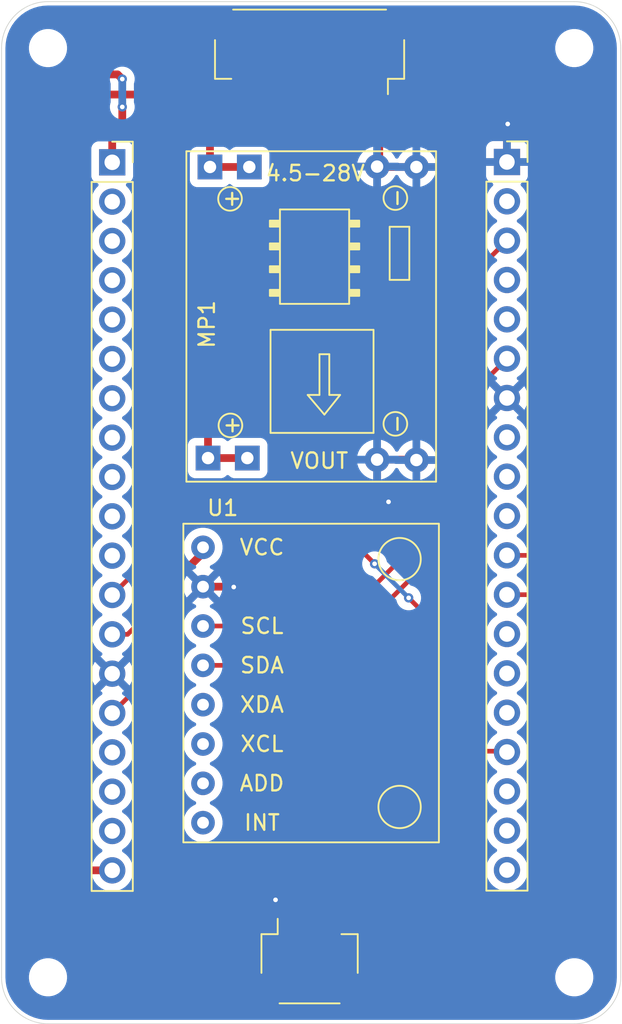
<source format=kicad_pcb>
(kicad_pcb (version 20241229) (generator "pcbnew") (generator_version "9.0")
  (layers (0 "F.Cu" signal) (2 "B.Cu" power) (13 "F.Paste" user) (15 "B.Paste" user) (5 "F.SilkS" user "F.Silkscreen") (7 "B.SilkS" user "B.Silkscreen") (1 "F.Mask" user) (3 "B.Mask" user) (25 "Edge.Cuts" user))
  (net 0 "")
  (net 1 "/TX")
  (net 2 "/VCC")
  (net 3 "GND")
  (net 4 "/RX")
  (net 5 "/ESC1")
  (net 7 "/ESC2")
  (net 8 "/10V")
  (net 10 "/ESC4")
  (net 12 "/ESC3")
  (net 13 "Net-(MP1-VOUT+)")
  (net 15 "Net-(U1-SDA)")
  (net 16 "Net-(U1-SCL)")
  (footprint "Connector_JST:JST_SH_SM04B-SRSS-TB_1x04-1MP_P1.00mm_Horizontal" (layer "F.Cu") (at 141.9 87)
    (property "Reference" "J3" (hide yes))
    (property "Value" "Conn_01x04_Socket_JST_ELRS" (hide yes))
    (fp_line (start -3.11 -1.785) (end -2.06 -1.785) (stroke (width 0.12)) (layer "F.SilkS"))
    (fp_line (start -3.11 0.715) (end -3.11 -1.785) (stroke (width 0.12)) (layer "F.SilkS"))
    (fp_line (start -2.06 -1.785) (end -2.06 -2.775) (stroke (width 0.12)) (layer "F.SilkS"))
    (fp_line (start -1.94 2.685) (end 1.94 2.685) (stroke (width 0.12)) (layer "F.SilkS"))
    (fp_line (start 3.11 -1.785) (end 2.06 -1.785) (stroke (width 0.12)) (layer "F.SilkS"))
    (fp_line (start 3.11 0.715) (end 3.11 -1.785) (stroke (width 0.12)) (layer "F.SilkS"))
    (pad "1" smd roundrect (at -1.5 -2) (size 0.6 1.55) (layers "F.Cu" "F.Mask" "F.Paste") (net 3 "GND"))
    (pad "2" smd roundrect (at -0.5 -2) (size 0.6 1.55) (layers "F.Cu" "F.Mask" "F.Paste") (net 2 "/VCC"))
    (pad "3" smd roundrect (at 0.5 -2) (size 0.6 1.55) (layers "F.Cu" "F.Mask" "F.Paste") (net 1 "/TX"))
    (pad "4" smd roundrect (at 1.5 -2) (size 0.6 1.55) (layers "F.Cu" "F.Mask" "F.Paste") (net 4 "/RX"))
    (pad "MP" smd roundrect (at -2.8 1.875) (size 1.2 1.8) (layers "F.Cu" "F.Mask" "F.Paste") (roundrect_rratio 0.208333))
    (pad "MP" smd roundrect (at 2.8 1.875) (size 1.2 1.8) (layers "F.Cu" "F.Mask" "F.Paste") (roundrect_rratio 0.208333))
  )
  (footprint "MountingHole:MountingHole_2.2mm_M2" (layer "F.Cu") (at 125 28)
    (property "Reference" "H1" (hide yes))
    (property "Value" "MountingHole" (hide yes))
    (pad "" np_thru_hole circle (at 0 0) (size 2.2 2.2) (drill 2.2) (layers "*.Cu" "*.Mask"))
  )
  (footprint "MountingHole:MountingHole_2.2mm_M2" (layer "F.Cu") (at 125 88)
    (property "Reference" "H4" (hide yes))
    (property "Value" "MountingHole" (hide yes))
    (pad "" np_thru_hole circle (at 0 0) (size 2.2 2.2) (drill 2.2) (layers "*.Cu" "*.Mask"))
  )
  (footprint "MountingHole:MountingHole_2.2mm_M2" (layer "F.Cu") (at 159 88)
    (property "Reference" "H3" (hide yes))
    (property "Value" "MountingHole" (hide yes))
    (pad "" np_thru_hole circle (at 0 0) (size 2.2 2.2) (drill 2.2) (layers "*.Cu" "*.Mask"))
  )
  (footprint "Connector_JST:JST_SH_SM10B-SRSS-TB_1x10-1MP_P1.00mm_Horizontal" (layer "F.Cu") (at 141.9 28.2 180)
    (property "Reference" "J4" (hide yes))
    (property "Value" "Conn_01x10_Socket_JST_ESC" (hide yes))
    (fp_line (start 6.11 0.715) (end 6.11 -1.785) (stroke (width 0.12)) (layer "F.SilkS"))
    (fp_line (start 6.11 -1.785) (end 5.06 -1.785) (stroke (width 0.12)) (layer "F.SilkS"))
    (fp_line (start -4.94 2.685) (end 4.94 2.685) (stroke (width 0.12)) (layer "F.SilkS"))
    (fp_line (start -5.06 -1.785) (end -5.06 -2.775) (stroke (width 0.12)) (layer "F.SilkS"))
    (fp_line (start -6.11 0.715) (end -6.11 -1.785) (stroke (width 0.12)) (layer "F.SilkS"))
    (fp_line (start -6.11 -1.785) (end -5.06 -1.785) (stroke (width 0.12)) (layer "F.SilkS"))
    (pad "1" smd roundrect (at -4.5 -2 180) (size 0.6 1.55) (layers "F.Cu" "F.Mask" "F.Paste") (net 3 "GND"))
    (pad "2" smd roundrect (at -3.5 -2 180) (size 0.6 1.55) (layers "F.Cu" "F.Mask" "F.Paste") (net 3 "GND"))
    (pad "3" smd roundrect (at -2.5 -2 180) (size 0.6 1.55) (layers "F.Cu" "F.Mask" "F.Paste"))
    (pad "4" smd roundrect (at -1.5 -2 180) (size 0.6 1.55) (layers "F.Cu" "F.Mask" "F.Paste") (net 8 "/10V"))
    (pad "5" smd roundrect (at -0.5 -2 180) (size 0.6 1.55) (layers "F.Cu" "F.Mask" "F.Paste") (net 10 "/ESC4"))
    (pad "6" smd roundrect (at 0.5 -2 180) (size 0.6 1.55) (layers "F.Cu" "F.Mask" "F.Paste") (net 12 "/ESC3"))
    (pad "7" smd roundrect (at 1.5 -2 180) (size 0.6 1.55) (layers "F.Cu" "F.Mask" "F.Paste") (net 7 "/ESC2"))
    (pad "8" smd roundrect (at 2.5 -2 180) (size 0.6 1.55) (layers "F.Cu" "F.Mask" "F.Paste") (net 5 "/ESC1"))
    (pad "9" smd roundrect (at 3.5 -2 180) (size 0.6 1.55) (layers "F.Cu" "F.Mask" "F.Paste"))
    (pad "10" smd roundrect (at 4.5 -2 180) (size 0.6 1.55) (layers "F.Cu" "F.Mask" "F.Paste"))
    (pad "MP" smd roundrect (at -5.8 1.875 180) (size 1.2 1.8) (layers "F.Cu" "F.Mask" "F.Paste") (roundrect_rratio 0.208333))
    (pad "MP" smd roundrect (at 5.8 1.875 180) (size 1.2 1.8) (layers "F.Cu" "F.Mask" "F.Paste") (roundrect_rratio 0.208333))
  )
  (footprint "MountingHole:MountingHole_2.2mm_M2" (layer "F.Cu") (at 159 28)
    (property "Reference" "H2" (hide yes))
    (property "Value" "MountingHole" (hide yes))
    (pad "" np_thru_hole circle (at 0 0) (size 2.2 2.2) (drill 2.2) (layers "*.Cu" "*.Mask"))
  )
  (footprint "MP1584EN-master:SRT_MPT1584EN_Module" (layer "F.Cu") (at 142.577 45.837 -90)
    (property "Reference" "MP1" (at 0 7.3152 90) (layer "F.SilkS"))
    (property "Value" "~")
    (fp_line (start -11.176 8.636) (end 10.16 8.636) (stroke (width 0.12)) (layer "F.SilkS"))
    (fp_line (start 10.16 8.636) (end 10.16 -7.493) (stroke (width 0.12)) (layer "F.SilkS"))
    (fp_line (start 7.0104 3.2004) (end 0.3556 3.2004) (stroke (width 0.12)) (layer "F.SilkS"))
    (fp_line (start -7.4168 2.5908) (end -7.4168 -1.8796) (stroke (width 0.12)) (layer "F.SilkS"))
    (fp_line (start -1.3208 2.5908) (end -7.4168 2.5908) (stroke (width 0.12)) (layer "F.SilkS"))
    (fp_line (start -1.3208 2.5908) (end -1.3208 -1.8796) (stroke (width 0.12)) (layer "F.SilkS"))
    (fp_line (start 4.5593 0.8001) (end 4.5593 0.0381) (stroke (width 0.12)) (layer "F.SilkS"))
    (fp_line (start 1.9304 0.0381) (end 4.5593 0.0381) (stroke (width 0.12)) (layer "F.SilkS"))
    (fp_line (start 1.9304 0.0381) (end 1.9304 -0.5969) (stroke (width 0.12)) (layer "F.SilkS"))
    (fp_line (start 5.8293 -0.2794) (end 4.5593 0.8001) (stroke (width 0.12)) (layer "F.SilkS"))
    (fp_line (start 1.9304 -0.5969) (end 4.5593 -0.5969) (stroke (width 0.12)) (layer "F.SilkS"))
    (fp_line (start 4.5593 -0.5969) (end 4.5593 -1.2954) (stroke (width 0.12)) (layer "F.SilkS"))
    (fp_line (start 4.5593 -1.2954) (end 5.8293 -0.2794) (stroke (width 0.12)) (layer "F.SilkS"))
    (fp_line (start -7.4168 -1.8796) (end -1.3208 -1.8796) (stroke (width 0.12)) (layer "F.SilkS"))
    (fp_line (start 0.3556 -3.4544) (end 0.3556 3.2004) (stroke (width 0.12)) (layer "F.SilkS"))
    (fp_line (start 0.3556 -3.4544) (end 7.0104 -3.4544) (stroke (width 0.12)) (layer "F.SilkS"))
    (fp_line (start 7.0104 -3.4544) (end 7.0104 3.2004) (stroke (width 0.12)) (layer "F.SilkS"))
    (fp_line (start -6.2992 -4.4958) (end -6.2992 -5.7658) (stroke (width 0.12)) (layer "F.SilkS"))
    (fp_line (start -2.8702 -4.4958) (end -6.2992 -4.4958) (stroke (width 0.12)) (layer "F.SilkS"))
    (fp_line (start -6.2992 -5.7658) (end -2.8702 -5.7658) (stroke (width 0.12)) (layer "F.SilkS"))
    (fp_line (start -2.8702 -5.7658) (end -2.8702 -4.4958) (stroke (width 0.12)) (layer "F.SilkS"))
    (fp_line (start -11.176 -7.493) (end -11.176 8.636) (stroke (width 0.12)) (layer "F.SilkS"))
    (fp_line (start 10.16 -7.493) (end -11.176 -7.493) (stroke (width 0.12)) (layer "F.SilkS"))
    (fp_circle (center -8.1026 5.8166) (end -7.5311 6.3246) (stroke (width 0.12)) (fill no) (layer "F.SilkS"))
    (fp_circle (center 6.5278 5.7912) (end 7.0993 6.2992) (stroke (width 0.12)) (fill no) (layer "F.SilkS"))
    (fp_circle (center -8.1534 -4.8641) (end -7.5819 -4.3561) (stroke (width 0.12)) (fill no) (layer "F.SilkS"))
    (fp_circle (center 6.4262 -4.8641) (end 6.9977 -4.3561) (stroke (width 0.12)) (fill no) (layer "F.SilkS"))
    (fp_poly (pts (xy -6.7056 2.6416) (xy -6.2992 2.6416) (xy -6.2992 3.2512) (xy -6.7056 3.2512)) (stroke (width 0.1)) (fill yes) (layer "F.SilkS"))
    (fp_poly (pts (xy -5.2324 2.6416) (xy -4.826 2.6416) (xy -4.826 3.2512) (xy -5.2324 3.2512)) (stroke (width 0.1)) (fill yes) (layer "F.SilkS"))
    (fp_poly (pts (xy -3.7592 2.6416) (xy -3.3528 2.6416) (xy -3.3528 3.2512) (xy -3.7592 3.2512)) (stroke (width 0.1)) (fill yes) (layer "F.SilkS"))
    (fp_poly (pts (xy -2.2352 2.6416) (xy -1.8288 2.6416) (xy -1.8288 3.2512) (xy -2.2352 3.2512)) (stroke (width 0.1)) (fill yes) (layer "F.SilkS"))
    (fp_poly (pts (xy -6.7056 -2.54) (xy -6.2992 -2.54) (xy -6.2992 -1.9304) (xy -6.7056 -1.9304)) (stroke (width 0.1)) (fill yes) (layer "F.SilkS"))
    (fp_poly (pts (xy -5.2324 -2.54) (xy -4.826 -2.54) (xy -4.826 -1.9304) (xy -5.2324 -1.9304)) (stroke (width 0.1)) (fill yes) (layer "F.SilkS"))
    (fp_poly (pts (xy -3.7592 -2.54) (xy -3.3528 -2.54) (xy -3.3528 -1.9304) (xy -3.7592 -1.9304)) (stroke (width 0.1)) (fill yes) (layer "F.SilkS"))
    (fp_poly (pts (xy -2.2352 -2.54) (xy -1.8288 -2.54) (xy -1.8288 -1.9304) (xy -2.2352 -1.9304)) (stroke (width 0.1)) (fill yes) (layer "F.SilkS"))
    (fp_text user "+" (at -8.1026 5.7531 90) (layer "F.SilkS"))
    (fp_text user "4.5-28V" (at -9.7536 0.3048 0) (layer "F.SilkS"))
    (fp_text user "-" (at 6.4262 -4.9276 90) (layer "F.SilkS"))
    (fp_text user "VOUT" (at 8.8138 0.0508 0) (layer "F.SilkS"))
    (fp_text user "-" (at -8.1534 -4.9276 90) (layer "F.SilkS"))
    (fp_text user "+" (at 6.5278 5.7277 90) (layer "F.SilkS"))
    (pad "1" thru_hole rect (at -10.16 4.572) (size 1.6 1.6) (drill 0.8) (layers "*.Cu" "B.Mask") (net 8 "/10V"))
    (pad "1" thru_hole rect (at -10.16 7.112) (size 1.6 1.6) (drill 0.8) (layers "*.Cu" "B.Mask") (net 8 "/10V"))
    (pad "2" thru_hole oval (at -10.1854 -3.683) (size 1.6 1.6) (drill 0.8) (layers "*.Cu" "B.Mask") (net 3 "GND"))
    (pad "2" thru_hole oval (at -10.16 -6.223) (size 1.6 1.6) (drill 0.8) (layers "*.Cu" "B.Mask") (net 3 "GND"))
    (pad "3" thru_hole rect (at 8.636 4.699) (size 1.6 1.6) (drill 0.8) (layers "*.Cu" "B.Mask") (net 13 "Net-(MP1-VOUT+)"))
    (pad "3" thru_hole rect (at 8.636 7.239) (size 1.6 1.6) (drill 0.8) (layers "*.Cu" "B.Mask") (net 13 "Net-(MP1-VOUT+)"))
    (pad "4" thru_hole oval (at 8.7376 -3.683) (size 1.6 1.6) (drill 0.8) (layers "*.Cu" "B.Mask") (net 3 "GND"))
    (pad "4" thru_hole oval (at 8.763 -6.223) (size 1.6 1.6) (drill 0.8) (layers "*.Cu" "B.Mask") (net 3 "GND"))
  )
  (footprint "usini_sensors:module_mpu6050" (layer "F.Cu") (at 135.015 78.017)
    (property "Reference" "U1" (at 1.27 -20.32 0) (layer "F.SilkS"))
    (property "Value" "module_mpu6050" (hide yes))
    (fp_line (start -1.27 -19.304) (end 15.24 -19.304) (stroke (width 0.12)) (layer "F.SilkS"))
    (fp_line (start -1.27 1.27) (end -1.27 -19.304) (stroke (width 0.12)) (layer "F.SilkS"))
    (fp_line (start 15.24 -19.304) (end 15.24 1.27) (stroke (width 0.12)) (layer "F.SilkS"))
    (fp_line (start 15.24 1.27) (end -1.27 1.27) (stroke (width 0.12)) (layer "F.SilkS"))
    (fp_circle (center 12.7 -17.018) (end 13.208 -15.748) (stroke (width 0.12)) (fill no) (layer "F.SilkS"))
    (fp_circle (center 12.7 -1.016) (end 13.208 0.254) (stroke (width 0.12)) (fill no) (layer "F.SilkS"))
    (fp_text user "ADD" (at 3.81 -2.54 0) (layer "F.SilkS"))
    (fp_text user "VCC" (at 3.81 -17.78 0) (layer "F.SilkS"))
    (fp_text user "XDA" (at 3.81 -7.62 0) (layer "F.SilkS"))
    (fp_text user "SCL" (at 3.81 -12.7 0) (layer "F.SilkS"))
    (fp_text user "XCL" (at 3.81 -5.08 0) (layer "F.SilkS"))
    (fp_text user "INT" (at 3.81 0 0) (layer "F.SilkS"))
    (fp_text user "SDA" (at 3.81 -10.16 0) (layer "F.SilkS"))
    (pad "1" thru_hole circle (at 0 -17.78) (size 1.524 1.524) (drill 0.762) (layers "*.Cu" "*.Mask") (net 2 "/VCC"))
    (pad "2" thru_hole circle (at 0 -15.24) (size 1.524 1.524) (drill 0.762) (layers "*.Cu" "*.Mask") (net 3 "GND"))
    (pad "3" thru_hole circle (at 0 -12.7) (size 1.524 1.524) (drill 0.762) (layers "*.Cu" "*.Mask") (net 16 "Net-(U1-SCL)"))
    (pad "4" thru_hole circle (at 0 -10.16) (size 1.524 1.524) (drill 0.762) (layers "*.Cu" "*.Mask") (net 15 "Net-(U1-SDA)"))
    (pad "5" thru_hole circle (at 0 -7.62) (size 1.524 1.524) (drill 0.762) (layers "*.Cu" "*.Mask"))
    (pad "6" thru_hole circle (at 0 -5.08) (size 1.524 1.524) (drill 0.762) (layers "*.Cu" "*.Mask"))
    (pad "7" thru_hole circle (at 0 -2.54) (size 1.524 1.524) (drill 0.762) (layers "*.Cu" "*.Mask"))
    (pad "8" thru_hole circle (at 0 0) (size 1.524 1.524) (drill 0.762) (layers "*.Cu" "*.Mask"))
  )
  (footprint "ESP32:ESP32 DevKitC Socket" (layer "F.Cu") (at 141.9 60.395)
    (property "Reference" "U2" (hide yes))
    (property "Value" "ESP32-DevKitC" (hide yes))
    (fp_line (start -14.08 -23.75) (end -14.08 22.03) (stroke (width 0.12)) (layer "F.SilkS"))
    (fp_line (start -14.08 -23.75) (end -11.42 -23.75) (stroke (width 0.12)) (layer "F.SilkS"))
    (fp_line (start -14.08 22.03) (end -11.42 22.03) (stroke (width 0.12)) (layer "F.SilkS"))
    (fp_line (start -12.75 -26.35) (end -11.42 -26.35) (stroke (width 0.12)) (layer "F.SilkS"))
    (fp_line (start -11.42 -26.35) (end -11.42 -25.02) (stroke (width 0.12)) (layer "F.SilkS"))
    (fp_line (start -11.42 -23.75) (end -11.42 22.03) (stroke (width 0.12)) (layer "F.SilkS"))
    (fp_line (start 11.42 -23.77) (end 11.42 22.01) (stroke (width 0.12)) (layer "F.SilkS"))
    (fp_line (start 11.42 -23.77) (end 14.08 -23.77) (stroke (width 0.12)) (layer "F.SilkS"))
    (fp_line (start 11.42 22.01) (end 14.08 22.01) (stroke (width 0.12)) (layer "F.SilkS"))
    (fp_line (start 12.75 -26.37) (end 14.08 -26.37) (stroke (width 0.12)) (layer "F.SilkS"))
    (fp_line (start 14.08 -26.37) (end 14.08 -25.04) (stroke (width 0.12)) (layer "F.SilkS"))
    (fp_line (start 14.08 -23.77) (end 14.08 22.01) (stroke (width 0.12)) (layer "F.SilkS"))
    (pad "1" thru_hole rect (at -12.75 -25.02) (size 1.7 1.7) (drill 1) (layers "*.Cu" "*.Mask") (net 2 "/VCC"))
    (pad "2" thru_hole circle (at -12.75 -22.48) (size 1.7 1.7) (drill 1) (layers "*.Cu" "*.Mask"))
    (pad "3" thru_hole circle (at -12.75 -19.94) (size 1.7 1.7) (drill 1) (layers "*.Cu" "*.Mask"))
    (pad "4" thru_hole circle (at -12.75 -17.4) (size 1.7 1.7) (drill 1) (layers "*.Cu" "*.Mask"))
    (pad "5" thru_hole circle (at -12.75 -14.86) (size 1.7 1.7) (drill 1) (layers "*.Cu" "*.Mask"))
    (pad "6" thru_hole circle (at -12.75 -12.32) (size 1.7 1.7) (drill 1) (layers "*.Cu" "*.Mask"))
    (pad "7" thru_hole circle (at -12.75 -9.78) (size 1.7 1.7) (drill 1) (layers "*.Cu" "*.Mask"))
    (pad "8" thru_hole circle (at -12.75 -7.24) (size 1.7 1.7) (drill 1) (layers "*.Cu" "*.Mask"))
    (pad "9" thru_hole circle (at -12.75 -4.7) (size 1.7 1.7) (drill 1) (layers "*.Cu" "*.Mask"))
    (pad "10" thru_hole circle (at -12.75 -2.16) (size 1.7 1.7) (drill 1) (layers "*.Cu" "*.Mask"))
    (pad "11" thru_hole circle (at -12.75 0.38) (size 1.7 1.7) (drill 1) (layers "*.Cu" "*.Mask"))
    (pad "12" thru_hole circle (at -12.75 2.92) (size 1.7 1.7) (drill 1) (layers "*.Cu" "*.Mask") (net 5 "/ESC1"))
    (pad "13" thru_hole circle (at -12.75 5.46) (size 1.7 1.7) (drill 1) (layers "*.Cu" "*.Mask") (net 7 "/ESC2"))
    (pad "14" thru_hole circle (at -12.75 8) (size 1.7 1.7) (drill 1) (layers "*.Cu" "*.Mask") (net 3 "GND"))
    (pad "15" thru_hole circle (at -12.75 10.54) (size 1.7 1.7) (drill 1) (layers "*.Cu" "*.Mask") (net 12 "/ESC3"))
    (pad "16" thru_hole circle (at -12.75 13.08) (size 1.7 1.7) (drill 1) (layers "*.Cu" "*.Mask"))
    (pad "17" thru_hole circle (at -12.75 15.62) (size 1.7 1.7) (drill 1) (layers "*.Cu" "*.Mask"))
    (pad "18" thru_hole circle (at -12.75 18.16) (size 1.7 1.7) (drill 1) (layers "*.Cu" "*.Mask"))
    (pad "19" thru_hole circle (at -12.75 20.7) (size 1.7 1.7) (drill 1) (layers "*.Cu" "*.Mask") (net 13 "Net-(MP1-VOUT+)"))
    (pad "20" thru_hole circle (at 12.75 20.68) (size 1.7 1.7) (drill 1) (layers "*.Cu" "*.Mask"))
    (pad "21" thru_hole circle (at 12.75 18.14) (size 1.7 1.7) (drill 1) (layers "*.Cu" "*.Mask"))
    (pad "22" thru_hole circle (at 12.75 15.6) (size 1.7 1.7) (drill 1) (layers "*.Cu" "*.Mask"))
    (pad "23" thru_hole circle (at 12.75 13.06) (size 1.7 1.7) (drill 1) (layers "*.Cu" "*.Mask") (net 10 "/ESC4"))
    (pad "24" thru_hole circle (at 12.75 10.52) (size 1.7 1.7) (drill 1) (layers "*.Cu" "*.Mask"))
    (pad "25" thru_hole circle (at 12.75 7.98) (size 1.7 1.7) (drill 1) (layers "*.Cu" "*.Mask"))
    (pad "26" thru_hole circle (at 12.75 5.44) (size 1.7 1.7) (drill 1) (layers "*.Cu" "*.Mask"))
    (pad "27" thru_hole circle (at 12.75 2.9) (size 1.7 1.7) (drill 1) (layers "*.Cu" "*.Mask") (net 1 "/TX"))
    (pad "28" thru_hole circle (at 12.75 0.36) (size 1.7 1.7) (drill 1) (layers "*.Cu" "*.Mask") (net 4 "/RX"))
    (pad "29" thru_hole circle (at 12.75 -2.18) (size 1.7 1.7) (drill 1) (layers "*.Cu" "*.Mask"))
    (pad "30" thru_hole circle (at 12.75 -4.72) (size 1.7 1.7) (drill 1) (layers "*.Cu" "*.Mask"))
    (pad "31" thru_hole circle (at 12.75 -7.26) (size 1.7 1.7) (drill 1) (layers "*.Cu" "*.Mask"))
    (pad "32" thru_hole circle (at 12.75 -9.8) (size 1.7 1.7) (drill 1) (layers "*.Cu" "*.Mask") (net 3 "GND"))
    (pad "33" thru_hole circle (at 12.75 -12.34) (size 1.7 1.7) (drill 1) (layers "*.Cu" "*.Mask") (net 15 "Net-(U1-SDA)"))
    (pad "34" thru_hole circle (at 12.75 -14.88) (size 1.7 1.7) (drill 1) (layers "*.Cu" "*.Mask"))
    (pad "35" thru_hole circle (at 12.75 -17.42) (size 1.7 1.7) (drill 1) (layers "*.Cu" "*.Mask"))
    (pad "36" thru_hole circle (at 12.75 -19.96) (size 1.7 1.7) (drill 1) (layers "*.Cu" "*.Mask") (net 16 "Net-(U1-SCL)"))
    (pad "37" thru_hole circle (at 12.75 -22.5) (size 1.7 1.7) (drill 1) (layers "*.Cu" "*.Mask"))
    (pad "38" thru_hole rect (at 12.75 -25.04) (size 1.7 1.7) (drill 1) (layers "*.Cu" "*.Mask") (net 3 "GND"))
  )
  (gr_line (start 162 28) (end 162 88) (stroke (width 0.05)) (layer "Edge.Cuts"))
  (gr_arc (start 122 28) (mid 122.87868 25.87868) (end 125 25) (stroke (width 0.05)) (layer "Edge.Cuts"))
  (gr_line (start 125 25) (end 159 25) (stroke (width 0.05)) (layer "Edge.Cuts"))
  (gr_arc (start 162 88) (mid 161.12132 90.12132) (end 159 91) (stroke (width 0.05)) (layer "Edge.Cuts"))
  (gr_line (start 122 88) (end 122 28) (stroke (width 0.05)) (layer "Edge.Cuts"))
  (gr_arc (start 159 25) (mid 161.12132 25.87868) (end 162 28) (stroke (width 0.05)) (layer "Edge.Cuts"))
  (gr_line (start 159 91) (end 125 91) (stroke (width 0.05)) (layer "Edge.Cuts"))
  (gr_arc (start 125 91) (mid 122.87868 90.12132) (end 122 88) (stroke (width 0.05)) (layer "Edge.Cuts"))
  (segment (start 156.695 63.295) (end 154.65 63.295) (width 0.3) (layer "F.Cu") (net 1))
  (segment (start 142.4 83.7) (end 142.9 83.2) (width 0.3) (layer "F.Cu") (net 1))
  (segment (start 142.9 83.2) (end 156.6 83.2) (width 0.3) (layer "F.Cu") (net 1))
  (segment (start 142.4 84.8) (end 142.4 83.7) (width 0.3) (layer "F.Cu") (net 1))
  (segment (start 156.6 83.2) (end 157.7 82.1) (width 0.3) (layer "F.Cu") (net 1))
  (segment (start 157.7 82.1) (end 157.7 64.3) (width 0.3) (layer "F.Cu") (net 1))
  (segment (start 157.7 64.3) (end 156.695 63.295) (width 0.3) (layer "F.Cu") (net 1))
  (segment (start 135.015 60.237) (end 135.015 60.585) (width 0.5) (layer "F.Cu") (net 2))
  (segment (start 127.9 29.7) (end 129.5 29.7) (width 0.5) (layer "F.Cu") (net 2))
  (segment (start 141.4 84.8) (end 141.4 85.9) (width 0.5) (layer "F.Cu") (net 2))
  (segment (start 133.4 62.2) (end 133.4 65.6) (width 0.5) (layer "F.Cu") (net 2))
  (segment (start 141.4 85.9) (end 140.8 86.5) (width 0.5) (layer "F.Cu") (net 2))
  (segment (start 133.4 65.6) (end 133 66) (width 0.5) (layer "F.Cu") (net 2))
  (segment (start 124.7 81) (end 124.7 32.9) (width 0.5) (layer "F.Cu") (net 2))
  (segment (start 140.8 86.5) (end 131.6 86.5) (width 0.5) (layer "F.Cu") (net 2))
  (segment (start 130.2 86.5) (end 124.7 81) (width 0.5) (layer "F.Cu") (net 2))
  (segment (start 129.8 32.9) (end 129.15 33.55) (width 0.5) (layer "F.Cu") (net 2))
  (segment (start 129.15 33.55) (end 129.15 35.375) (width 0.5) (layer "F.Cu") (net 2))
  (segment (start 129.8 31.8) (end 129.8 32.9) (width 0.5) (layer "F.Cu") (net 2))
  (segment (start 133 85.1) (end 131.6 86.5) (width 0.5) (layer "F.Cu") (net 2))
  (segment (start 131.6 86.5) (end 130.2 86.5) (width 0.5) (layer "F.Cu") (net 2))
  (segment (start 133 66) (end 133 85.1) (width 0.5) (layer "F.Cu") (net 2))
  (segment (start 135.015 60.585) (end 133.4 62.2) (width 0.5) (layer "F.Cu") (net 2))
  (segment (start 129.5 29.7) (end 129.8 30) (width 0.5) (layer "F.Cu") (net 2))
  (segment (start 124.7 32.9) (end 127.9 29.7) (width 0.5) (layer "F.Cu") (net 2))
  (via (at 129.8 30) (size 0.6) (drill 0.3) (layers "F.Cu" "B.Cu") (net 2))
  (via (at 129.8 31.8) (size 0.6) (drill 0.3) (layers "F.Cu" "B.Cu") (net 2))
  (segment (start 129.8 30) (end 129.8 31.8) (width 0.5) (layer "B.Cu") (net 2))
  (segment (start 148.7746 54.5746) (end 148.8 54.6) (width 0.5) (layer "F.Cu") (net 3))
  (segment (start 148.8 35.677) (end 146.2854 35.677) (width 0.5) (layer "F.Cu") (net 3))
  (segment (start 146.26 54.5746) (end 148.7746 54.5746) (width 0.5) (layer "F.Cu") (net 3))
  (segment (start 136.977 62.777) (end 137 62.8) (width 0.5) (layer "F.Cu") (net 3))
  (segment (start 146.26 35.56) (end 146.4 35.42) (width 0.5) (layer "F.Cu") (net 3))
  (segment (start 140.4 84.8) (end 140.4 83.7) (width 0.5) (layer "F.Cu") (net 3))
  (segment (start 146.26 54.5746) (end 146.26 56.56) (width 0.5) (layer "F.Cu") (net 3))
  (segment (start 135.015 62.777) (end 136.977 62.777) (width 0.5) (layer "F.Cu") (net 3))
  (segment (start 145.4 30.2) (end 146.4 30.2) (width 0.5) (layer "F.Cu") (net 3))
  (segment (start 146.26 56.56) (end 147 57.3) (width 0.5) (layer "F.Cu") (net 3))
  (segment (start 154.65 35.355) (end 154.65 32.95) (width 0.5) (layer "F.Cu") (net 3))
  (segment (start 146.26 35.6516) (end 146.26 35.56) (width 0.5) (layer "F.Cu") (net 3))
  (segment (start 146.2854 35.677) (end 146.26 35.6516) (width 0.5) (layer "F.Cu") (net 3))
  (segment (start 140.4 83.7) (end 139.7 83) (width 0.5) (layer "F.Cu") (net 3))
  (segment (start 154.65 32.95) (end 154.7 32.9) (width 0.5) (layer "F.Cu") (net 3))
  (segment (start 146.4 35.42) (end 146.4 30.2) (width 0.5) (layer "F.Cu") (net 3))
  (via (at 139.7 83) (size 0.6) (drill 0.3) (layers "F.Cu" "B.Cu") (net 3))
  (via (at 137 62.8) (size 0.6) (drill 0.3) (layers "F.Cu" "B.Cu") (net 3))
  (via (at 147 57.3) (size 0.6) (drill 0.3) (layers "F.Cu" "B.Cu") (net 3))
  (via (at 154.7 32.9) (size 0.6) (drill 0.3) (layers "F.Cu" "B.Cu") (net 3))
  (segment (start 159 82.5) (end 159 62.8) (width 0.3) (layer "F.Cu") (net 4))
  (segment (start 143.4 84.8) (end 156.7 84.8) (width 0.3) (layer "F.Cu") (net 4))
  (segment (start 156.7 84.8) (end 159 82.5) (width 0.3) (layer "F.Cu") (net 4))
  (segment (start 156.955 60.755) (end 154.65 60.755) (width 0.3) (layer "F.Cu") (net 4))
  (segment (start 159 62.8) (end 156.955 60.755) (width 0.3) (layer "F.Cu") (net 4))
  (segment (start 131.9 56.3) (end 130.9 57.3) (width 0.3) (layer "F.Cu") (net 5))
  (segment (start 140 54.9) (end 138.6 56.3) (width 0.3) (layer "F.Cu") (net 5))
  (segment (start 130.9 57.3) (end 130.9 61.565) (width 0.3) (layer "F.Cu") (net 5))
  (segment (start 130.9 61.565) (end 129.15 63.315) (width 0.3) (layer "F.Cu") (net 5))
  (segment (start 140 34.2) (end 140 54.9) (width 0.3) (layer "F.Cu") (net 5))
  (segment (start 138.6 56.3) (end 131.9 56.3) (width 0.3) (layer "F.Cu") (net 5))
  (segment (start 139.4 33.6) (end 140 34.2) (width 0.3) (layer "F.Cu") (net 5))
  (segment (start 139.4 30.2) (end 139.4 33.6) (width 0.3) (layer "F.Cu") (net 5))
  (segment (start 131.8 61.6) (end 130.9 62.5) (width 0.3) (layer "F.Cu") (net 7))
  (segment (start 141.1 33.9) (end 141.1 55.4) (width 0.3) (layer "F.Cu") (net 7))
  (segment (start 131.8 57.6) (end 131.8 61.6) (width 0.3) (layer "F.Cu") (net 7))
  (segment (start 140.4 30.2) (end 140.4 33.2) (width 0.3) (layer "F.Cu") (net 7))
  (segment (start 139.3 57.2) (end 132.2 57.2) (width 0.3) (layer "F.Cu") (net 7))
  (segment (start 141.1 55.4) (end 139.3 57.2) (width 0.3) (layer "F.Cu") (net 7))
  (segment (start 130.145 65.855) (end 129.15 65.855) (width 0.3) (layer "F.Cu") (net 7))
  (segment (start 140.4 33.2) (end 141.1 33.9) (width 0.3) (layer "F.Cu") (net 7))
  (segment (start 132.2 57.2) (end 131.8 57.6) (width 0.3) (layer "F.Cu") (net 7))
  (segment (start 130.9 65.1) (end 130.145 65.855) (width 0.3) (layer "F.Cu") (net 7))
  (segment (start 130.9 62.5) (end 130.9 65.1) (width 0.3) (layer "F.Cu") (net 7))
  (segment (start 142.9 28.8) (end 143.4 29.3) (width 0.5) (layer "F.Cu") (net 8))
  (segment (start 135.465 35.677) (end 135.465 29.935) (width 0.5) (layer "F.Cu") (net 8))
  (segment (start 135.465 29.935) (end 136.6 28.8) (width 0.5) (layer "F.Cu") (net 8))
  (segment (start 143.4 29.3) (end 143.4 30.2) (width 0.5) (layer "F.Cu") (net 8))
  (segment (start 136.6 28.8) (end 142.9 28.8) (width 0.5) (layer "F.Cu") (net 8))
  (segment (start 135.465 35.677) (end 138.005 35.677) (width 0.5) (layer "F.Cu") (net 8))
  (segment (start 152 67.2) (end 152 72.3) (width 0.3) (layer "F.Cu") (net 10))
  (segment (start 142.4 32.5) (end 143.1 33.2) (width 0.3) (layer "F.Cu") (net 10))
  (segment (start 152 72.3) (end 153.1 73.4) (width 0.3) (layer "F.Cu") (net 10))
  (segment (start 153.1 73.4) (end 154.595 73.4) (width 0.3) (layer "F.Cu") (net 10))
  (segment (start 142.4 30.2) (end 142.4 32.5) (width 0.3) (layer "F.Cu") (net 10))
  (segment (start 154.595 73.4) (end 154.65 73.455) (width 0.3) (layer "F.Cu") (net 10))
  (segment (start 143.2 33.2) (end 143.2 58.4) (width 0.3) (layer "F.Cu") (net 10))
  (segment (start 148.3 63.5) (end 152 67.2) (width 0.3) (layer "F.Cu") (net 10))
  (segment (start 143.1 33.2) (end 143.2 33.2) (width 0.3) (layer "F.Cu") (net 10))
  (segment (start 143.2 58.4) (end 146.1 61.3) (width 0.3) (layer "F.Cu") (net 10))
  (via (at 146.1 61.3) (size 0.6) (drill 0.3) (layers "F.Cu" "B.Cu") (net 10))
  (via (at 148.3 63.5) (size 0.6) (drill 0.3) (layers "F.Cu" "B.Cu") (net 10))
  (segment (start 146.1 61.3) (end 148.3 63.5) (width 0.3) (layer "B.Cu") (net 10))
  (segment (start 129.15 70.935) (end 132 68.085) (width 0.3) (layer "F.Cu") (net 12))
  (segment (start 132.501 62.499) (end 132.5 62.498) (width 0.3) (layer "F.Cu") (net 12))
  (segment (start 139.7 58.4) (end 142.2 55.9) (width 0.3) (layer "F.Cu") (net 12))
  (segment (start 132.5 58.9) (end 133 58.4) (width 0.3) (layer "F.Cu") (net 12))
  (segment (start 133 58.4) (end 139.7 58.4) (width 0.3) (layer "F.Cu") (net 12))
  (segment (start 132 68.085) (end 132 63) (width 0.3) (layer "F.Cu") (net 12))
  (segment (start 132.5 62.498) (end 132.5 58.9) (width 0.3) (layer "F.Cu") (net 12))
  (segment (start 132 63) (end 132.501 62.499) (width 0.3) (layer "F.Cu") (net 12))
  (segment (start 142.2 33.5) (end 141.4 32.7) (width 0.3) (layer "F.Cu") (net 12))
  (segment (start 141.4 32.7) (end 141.4 30.2) (width 0.3) (layer "F.Cu") (net 12))
  (segment (start 142.2 55.9) (end 142.2 33.5) (width 0.3) (layer "F.Cu") (net 12))
  (segment (start 133.05 50.45) (end 135.338 52.738) (width 0.5) (layer "F.Cu") (net 13))
  (segment (start 132.7 32.5) (end 132.7 50.1) (width 0.5) (layer "F.Cu") (net 13))
  (segment (start 126.895 81.095) (end 126 80.2) (width 0.5) (layer "F.Cu") (net 13))
  (segment (start 129.15 81.095) (end 126.895 81.095) (width 0.5) (layer "F.Cu") (net 13))
  (segment (start 128.5 31) (end 131.2 31) (width 0.5) (layer "F.Cu") (net 13))
  (segment (start 131.2 31) (end 132.7 32.5) (width 0.5) (layer "F.Cu") (net 13))
  (segment (start 126 33.5) (end 128.5 31) (width 0.5) (layer "F.Cu") (net 13))
  (segment (start 135.338 52.738) (end 135.338 54.473) (width 0.5) (layer "F.Cu") (net 13))
  (segment (start 137.878 54.473) (end 135.338 54.473) (width 0.5) (layer "F.Cu") (net 13))
  (segment (start 126 80.2) (end 126 33.5) (width 0.5) (layer "F.Cu") (net 13))
  (segment (start 132.7 50.1) (end 133.05 50.45) (width 0.5) (layer "F.Cu") (net 13))
  (segment (start 152.6 58.1) (end 152.6 50.105) (width 0.3) (layer "F.Cu") (net 15))
  (segment (start 142.843 67.857) (end 152.6 58.1) (width 0.3) (layer "F.Cu") (net 15))
  (segment (start 152.6 50.105) (end 154.65 48.055) (width 0.3) (layer "F.Cu") (net 15))
  (segment (start 135.015 67.857) (end 142.843 67.857) (width 0.3) (layer "F.Cu") (net 15))
  (segment (start 151.7 43.385) (end 154.65 40.435) (width 0.3) (layer "F.Cu") (net 16))
  (segment (start 135.015 65.317) (end 143.483 65.317) (width 0.3) (layer "F.Cu") (net 16))
  (segment (start 143.483 65.317) (end 151.7 57.1) (width 0.3) (layer "F.Cu") (net 16))
  (segment (start 151.7 57.1) (end 151.7 43.385) (width 0.3) (layer "F.Cu") (net 16))
  (zone (net 3) (net_name "GND") (layer "B.Cu") (connect_pads (clearance 0.5)) (min_thickness 0.25) (fill yes (thermal_gap 0.5) (thermal_bridge_width 0.5))
    (polygon (pts (xy 122 25.1) (xy 121.9 91) (xy 162.1 90.9) (xy 162 24.9) (xy 122 24.9)))
  )
)
</source>
